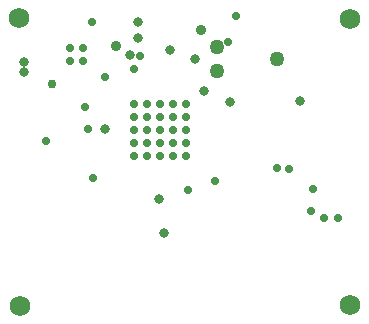
<source format=gbr>
%TF.GenerationSoftware,Altium Limited,Altium Designer,25.4.2 (15)*%
G04 Layer_Color=16711935*
%FSLAX45Y45*%
%MOMM*%
%TF.SameCoordinates,67C836F6-C9C3-4B7B-B257-39D1A88473F1*%
%TF.FilePolarity,Negative*%
%TF.FileFunction,Soldermask,Bot*%
%TF.Part,Single*%
G01*
G75*
%TA.AperFunction,WasherPad*%
%ADD67C,1.72720*%
%TA.AperFunction,ComponentPad*%
%ADD68C,1.27020*%
%TA.AperFunction,ViaPad*%
%ADD69C,0.80320*%
%ADD70C,0.70320*%
%ADD71C,0.90320*%
%ADD72C,0.75320*%
D67*
X8452500Y8450000D02*
D03*
X11257500Y6025000D02*
D03*
X11255000Y8445000D02*
D03*
X8465000Y6012500D02*
D03*
D68*
X10129000Y8208100D02*
D03*
Y8004900D02*
D03*
X10637000Y8106500D02*
D03*
D69*
X10017500Y7832500D02*
D03*
X9945000Y8107500D02*
D03*
X9732344Y8177196D02*
D03*
X9184748Y7510000D02*
D03*
X8495000Y8080000D02*
D03*
X8492500Y7995000D02*
D03*
X9680000Y6630000D02*
D03*
X9640000Y6920000D02*
D03*
X10240000Y7740000D02*
D03*
X10830000Y7750000D02*
D03*
X9390000Y8140000D02*
D03*
X9460000Y8280000D02*
D03*
Y8420000D02*
D03*
D70*
X9009018Y7694127D02*
D03*
X9037500Y7515000D02*
D03*
X10109018Y7071627D02*
D03*
X9881518Y6991627D02*
D03*
X10640000Y7177500D02*
D03*
X10739018Y7169127D02*
D03*
X11156518Y6761627D02*
D03*
X11036518D02*
D03*
X10921518Y6819127D02*
D03*
X10940000Y7005000D02*
D03*
X9430000Y8020000D02*
D03*
X9480525Y8132827D02*
D03*
X9183551Y7949280D02*
D03*
X10220000Y8250000D02*
D03*
X9080000Y7100000D02*
D03*
X8680000Y7410000D02*
D03*
X10290000Y8470000D02*
D03*
X9069104Y8421406D02*
D03*
X9870000Y7280000D02*
D03*
X9760000D02*
D03*
X9650000D02*
D03*
X9540000D02*
D03*
X9430000D02*
D03*
X9870000Y7390000D02*
D03*
X9760000D02*
D03*
X9650000D02*
D03*
X9540000D02*
D03*
X9430000D02*
D03*
X9870000Y7500000D02*
D03*
X9760000D02*
D03*
X9650000D02*
D03*
X9540000D02*
D03*
X9430000D02*
D03*
X9870000Y7610000D02*
D03*
X9760000D02*
D03*
X9650000D02*
D03*
X9540000D02*
D03*
X9430000D02*
D03*
X9870000Y7720000D02*
D03*
X9760000D02*
D03*
X9650000D02*
D03*
X9540000D02*
D03*
X9430000D02*
D03*
X8996680Y8194820D02*
D03*
Y8084820D02*
D03*
X8886680D02*
D03*
Y8194820D02*
D03*
D71*
X9275180Y8214820D02*
D03*
X9990000Y8350000D02*
D03*
D72*
X8729980Y7891780D02*
D03*
%TF.MD5,2b3e8554861ebcc6cfc27966b024d3f4*%
M02*

</source>
